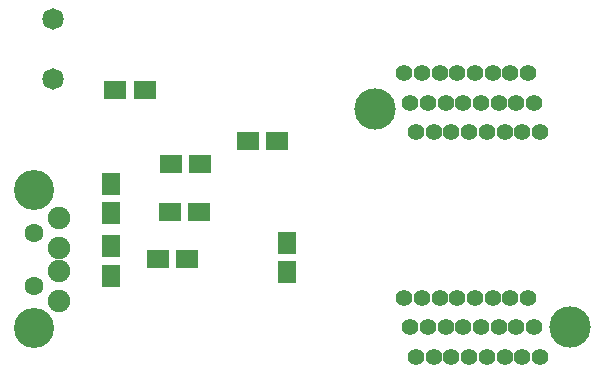
<source format=gbs>
G04 #@! TF.FileFunction,Soldermask,Bot*
%FSLAX46Y46*%
G04 Gerber Fmt 4.6, Leading zero omitted, Abs format (unit mm)*
G04 Created by KiCad (PCBNEW (2015-11-24 BZR 6329)-product) date Fri 07 Oct 2016 12:30:40 AM EDT*
%MOMM*%
G01*
G04 APERTURE LIST*
%ADD10C,0.100000*%
%ADD11C,1.400000*%
%ADD12C,3.500000*%
%ADD13R,1.900000X1.650000*%
%ADD14R,1.650000X1.900000*%
%ADD15C,1.901140*%
%ADD16C,3.399740*%
%ADD17C,1.600000*%
%ADD18C,1.822400*%
G04 APERTURE END LIST*
D10*
D11*
X193900000Y-106700000D03*
X194400000Y-109200000D03*
X194900000Y-111700000D03*
X195400000Y-106700000D03*
X195900000Y-109200000D03*
X196400000Y-111700000D03*
X196900000Y-106700000D03*
X197400000Y-109200000D03*
X197900000Y-111700000D03*
X198400000Y-106700000D03*
X198900000Y-109200000D03*
X199400000Y-111700000D03*
X199900000Y-106700000D03*
X200400000Y-109200000D03*
X200900000Y-111700000D03*
X201400000Y-106700000D03*
X201900000Y-109200000D03*
X202400000Y-111700000D03*
X202900000Y-106700000D03*
X203400000Y-109200000D03*
X203900000Y-111700000D03*
X204400000Y-106700000D03*
X204900000Y-109200000D03*
X205400000Y-111700000D03*
X205400000Y-92700000D03*
X204900000Y-90200000D03*
X204400000Y-87700000D03*
X203900000Y-92700000D03*
X203400000Y-90200000D03*
X202900000Y-87700000D03*
X202400000Y-92700000D03*
X201900000Y-90200000D03*
X201400000Y-87700000D03*
X200900000Y-92700000D03*
X200400000Y-90200000D03*
X199900000Y-87700000D03*
X199400000Y-92700000D03*
X198900000Y-90200000D03*
X198400000Y-87700000D03*
X197900000Y-92700000D03*
X197400000Y-90200000D03*
X196900000Y-87700000D03*
X196400000Y-92700000D03*
X195900000Y-90200000D03*
X195400000Y-87700000D03*
X194900000Y-92700000D03*
X194400000Y-90200000D03*
X193900000Y-87700000D03*
D12*
X191400000Y-90700000D03*
X207900000Y-109200000D03*
D13*
X174150000Y-95400000D03*
X176650000Y-95400000D03*
X174050000Y-99400000D03*
X176550000Y-99400000D03*
X183150000Y-93400000D03*
X180650000Y-93400000D03*
D14*
X169100000Y-102350000D03*
X169100000Y-104850000D03*
X184000000Y-102050000D03*
X184000000Y-104550000D03*
D13*
X171950000Y-89100000D03*
X169450000Y-89100000D03*
D15*
X164700000Y-99950000D03*
X164700000Y-102450000D03*
X164700000Y-104460000D03*
X164700000Y-106950000D03*
D16*
X162600000Y-97600000D03*
X162600000Y-109300000D03*
D17*
X162600000Y-101200000D03*
X162600000Y-105700000D03*
D13*
X175550000Y-103400000D03*
X173050000Y-103400000D03*
D14*
X169100000Y-99550000D03*
X169100000Y-97050000D03*
D18*
X164200000Y-83100000D03*
X164200000Y-88180000D03*
M02*

</source>
